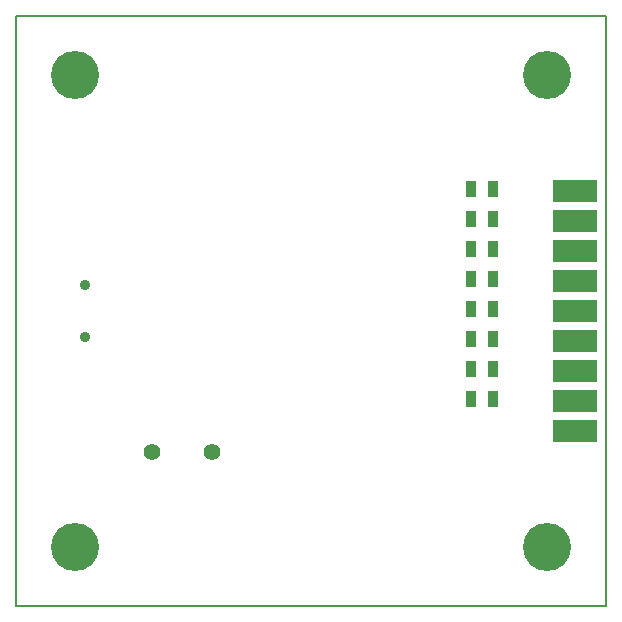
<source format=gbs>
G04 (created by PCBNEW (2013-mar-13)-testing) date Thu 04 Apr 2013 06:24:57 PM CEST*
%MOIN*%
G04 Gerber Fmt 3.4, Leading zero omitted, Abs format*
%FSLAX34Y34*%
G01*
G70*
G90*
G04 APERTURE LIST*
%ADD10C,0.006*%
%ADD11C,0.00590551*%
%ADD12C,0.0354*%
%ADD13R,0.035X0.055*%
%ADD14C,0.056*%
%ADD15C,0.16*%
%ADD16R,0.149606X0.0755905*%
G04 APERTURE END LIST*
G54D10*
G54D11*
X64960Y-49212D02*
X64960Y-68897D01*
X84645Y-49212D02*
X64960Y-49212D01*
X84645Y-68897D02*
X84645Y-49212D01*
X64960Y-68897D02*
X84645Y-68897D01*
G54D12*
X67264Y-58189D03*
X67264Y-59921D03*
G54D13*
X80125Y-62000D03*
X80875Y-62000D03*
X80125Y-61000D03*
X80875Y-61000D03*
X80125Y-60000D03*
X80875Y-60000D03*
X80125Y-59000D03*
X80875Y-59000D03*
X80125Y-58000D03*
X80875Y-58000D03*
X80125Y-57000D03*
X80875Y-57000D03*
X80125Y-56000D03*
X80875Y-56000D03*
X80125Y-55000D03*
X80875Y-55000D03*
G54D14*
X69500Y-63750D03*
X71500Y-63750D03*
G54D15*
X66929Y-51181D03*
X82677Y-51181D03*
X82677Y-66929D03*
X66929Y-66929D03*
G54D16*
X83600Y-63055D03*
X83600Y-62055D03*
X83600Y-61055D03*
X83600Y-60055D03*
X83600Y-59055D03*
X83600Y-58055D03*
X83600Y-57055D03*
X83600Y-56055D03*
X83600Y-55055D03*
M02*

</source>
